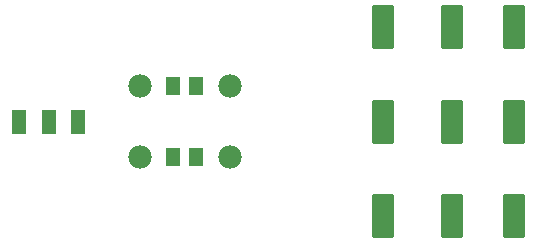
<source format=gts>
G04 Layer: TopSolderMaskLayer*
G04 EasyEDA v6.5.40, 2024-08-21 00:56:45*
G04 a67cddfb3fce44daa9051d46cbbcc19f,10*
G04 Gerber Generator version 0.2*
G04 Scale: 100 percent, Rotated: No, Reflected: No *
G04 Dimensions in millimeters *
G04 leading zeros omitted , absolute positions ,4 integer and 5 decimal *
%FSLAX45Y45*%
%MOMM*%

%AMMACRO1*1,1,$1,$2,$3*1,1,$1,$4,$5*1,1,$1,0-$2,0-$3*1,1,$1,0-$4,0-$5*20,1,$1,$2,$3,$4,$5,0*20,1,$1,$4,$5,0-$2,0-$3,0*20,1,$1,0-$2,0-$3,0-$4,0-$5,0*20,1,$1,0-$4,0-$5,$2,$3,0*4,1,4,$2,$3,$4,$5,0-$2,0-$3,0-$4,0-$5,$2,$3,0*%
%ADD10C,1.9812*%
%ADD11MACRO1,0.2032X0.85X-1.75X-0.85X-1.75*%
%ADD12MACRO1,0.1016X-0.5X1X0.5X1*%
%ADD13MACRO1,0.1016X-0.5663X-0.6885X-0.5663X0.6885*%
%ADD14MACRO1,0.1016X0.5663X-0.6885X0.5663X0.6885*%

%LPD*%
D10*
G01*
X1118996Y1299997D03*
G01*
X1880996Y1299997D03*
G01*
X1118996Y699998D03*
G01*
X1880996Y699998D03*
D11*
G01*
X3179992Y999999D03*
G01*
X3759991Y999999D03*
G01*
X4289990Y999999D03*
G01*
X3179992Y200000D03*
G01*
X3759991Y200000D03*
G01*
X4289990Y200000D03*
G01*
X3179992Y1800099D03*
G01*
X3759991Y1800099D03*
G01*
X4289990Y1800099D03*
D12*
G01*
X99999Y999997D03*
G01*
X349999Y999997D03*
G01*
X599998Y999997D03*
D13*
G01*
X1600001Y1299997D03*
D14*
G01*
X1399992Y1299997D03*
D13*
G01*
X1600001Y699998D03*
D14*
G01*
X1399992Y699998D03*
M02*

</source>
